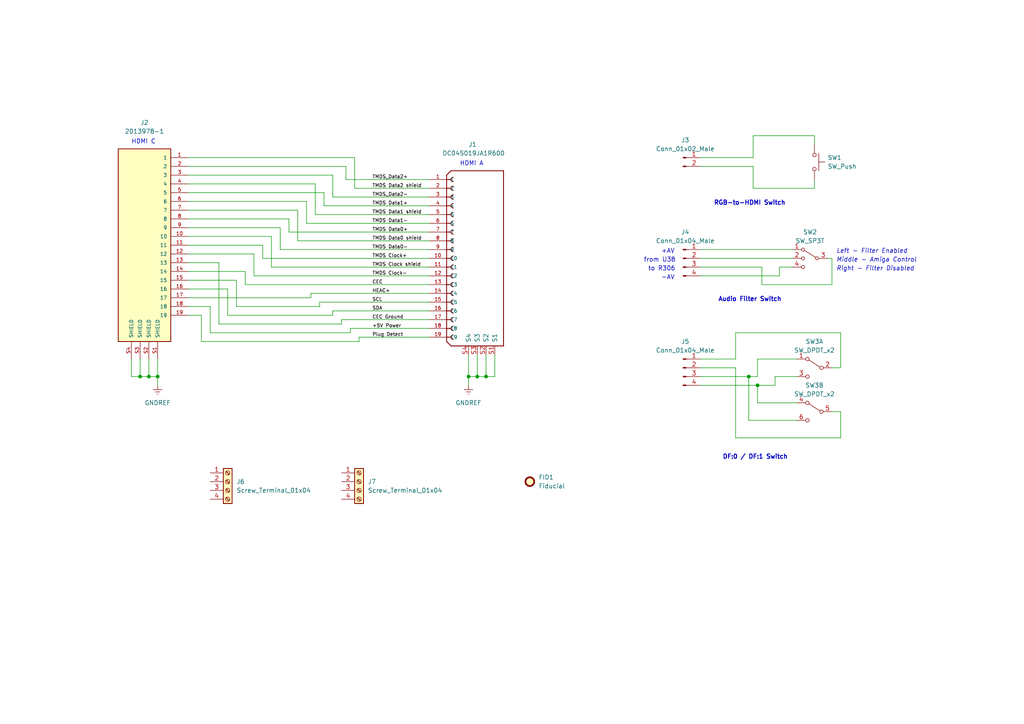
<source format=kicad_sch>
(kicad_sch (version 20211123) (generator eeschema)
  (paper "A4")
  (lib_symbols
    (symbol "2013978-1:2013978-1" (pin_names (offset 1.016))
      (property "Reference" "J2" (at 0 35.56 0))
      (property "Value" "2013978-1" (at 0 33.02 0))
      (symbol "2013978-1_0_0"
        (rectangle (start -7.62 -27.94) (end 7.62 27.94) (stroke (width 0.254)) (fill (type background)))
        (pin passive line (at -12.7 25.4 0) (length 5.08) (name "1") (number "1"))
        (pin passive line (at -12.7 2.54 0) (length 5.08) (name "10") (number "10"))
        (pin passive line (at -12.7 0 0) (length 5.08) (name "11") (number "11"))
        (pin passive line (at -12.7 -2.54 0) (length 5.08) (name "12") (number "12"))
        (pin passive line (at -12.7 -5.08 0) (length 5.08) (name "13") (number "13"))
        (pin passive line (at -12.7 -7.62 0) (length 5.08) (name "14") (number "14"))
        (pin passive line (at -12.7 -10.16 0) (length 5.08) (name "15") (number "15"))
        (pin passive line (at -12.7 -12.7 0) (length 5.08) (name "16") (number "16"))
        (pin passive line (at -12.7 -15.24 0) (length 5.08) (name "17") (number "17"))
        (pin passive line (at -12.7 -17.78 0) (length 5.08) (name "18") (number "18"))
        (pin passive line (at -12.7 -20.32 0) (length 5.08) (name "19") (number "19"))
        (pin passive line (at -12.7 22.86 0) (length 5.08) (name "2") (number "2"))
        (pin passive line (at -12.7 20.32 0) (length 5.08) (name "3") (number "3"))
        (pin passive line (at -12.7 17.78 0) (length 5.08) (name "4") (number "4"))
        (pin passive line (at -12.7 15.24 0) (length 5.08) (name "5") (number "5"))
        (pin passive line (at -12.7 12.7 0) (length 5.08) (name "6") (number "6"))
        (pin passive line (at -12.7 10.16 0) (length 5.08) (name "7") (number "7"))
        (pin passive line (at -12.7 7.62 0) (length 5.08) (name "8") (number "8"))
        (pin passive line (at -12.7 5.08 0) (length 5.08) (name "9") (number "9"))
        (pin passive line (at -3.81 -33.02 90) (length 5.08) (name "SHIELD") (number "S1"))
        (pin passive line (at -1.27 -33.02 90) (length 5.08) (name "SHIELD") (number "S2"))
        (pin passive line (at 1.27 -33.02 90) (length 5.08) (name "SHIELD") (number "S3"))
        (pin passive line (at 3.81 -33.02 90) (length 5.08) (name "SHIELD") (number "S4"))
      )
    )
    (symbol "Connector:Conn_01x02_Male" (pin_names (offset 1.016) hide)
      (property "Reference" "J" (at 0 2.54 0))
      (property "Value" "Conn_01x02_Male" (at 0 -5.08 0))
      (symbol "Conn_01x02_Male_1_1"
        (polyline (pts (xy 1.27 -2.54) (xy 0.8636 -2.54)) (stroke (width 0.1524)))
        (polyline (pts (xy 1.27 0) (xy 0.8636 0)) (stroke (width 0.1524)))
        (rectangle (start 0.8636 -2.413) (end 0 -2.667) (stroke (width 0.1524)) (fill (type outline)))
        (rectangle (start 0.8636 0.127) (end 0 -0.127) (stroke (width 0.1524)) (fill (type outline)))
        (pin passive line (at 5.08 0 180) (length 3.81) (name "Pin_1") (number "1"))
        (pin passive line (at 5.08 -2.54 180) (length 3.81) (name "Pin_2") (number "2"))
      )
    )
    (symbol "Connector:Conn_01x04_Male" (pin_names (offset 1.016) hide)
      (property "Reference" "J" (at 0 5.08 0))
      (property "Value" "Conn_01x04_Male" (at 0 -7.62 0))
      (symbol "Conn_01x04_Male_1_1"
        (polyline (pts (xy 1.27 -5.08) (xy 0.8636 -5.08)) (stroke (width 0.1524)))
        (polyline (pts (xy 1.27 -2.54) (xy 0.8636 -2.54)) (stroke (width 0.1524)))
        (polyline (pts (xy 1.27 0) (xy 0.8636 0)) (stroke (width 0.1524)))
        (polyline (pts (xy 1.27 2.54) (xy 0.8636 2.54)) (stroke (width 0.1524)))
        (rectangle (start 0.8636 -4.953) (end 0 -5.207) (stroke (width 0.1524)) (fill (type outline)))
        (rectangle (start 0.8636 -2.413) (end 0 -2.667) (stroke (width 0.1524)) (fill (type outline)))
        (rectangle (start 0.8636 0.127) (end 0 -0.127) (stroke (width 0.1524)) (fill (type outline)))
        (rectangle (start 0.8636 2.667) (end 0 2.413) (stroke (width 0.1524)) (fill (type outline)))
        (pin passive line (at 5.08 2.54 180) (length 3.81) (name "Pin_1") (number "1"))
        (pin passive line (at 5.08 0 180) (length 3.81) (name "Pin_2") (number "2"))
        (pin passive line (at 5.08 -2.54 180) (length 3.81) (name "Pin_3") (number "3"))
        (pin passive line (at 5.08 -5.08 180) (length 3.81) (name "Pin_4") (number "4"))
      )
    )
    (symbol "Connector:Screw_Terminal_01x04" (pin_names (offset 1.016) hide)
      (property "Reference" "J" (at 0 5.08 0))
      (property "Value" "Screw_Terminal_01x04" (at 0 -7.62 0))
      (symbol "Screw_Terminal_01x04_1_1"
        (rectangle (start -1.27 3.81) (end 1.27 -6.35) (stroke (width 0.254)) (fill (type background)))
        (circle (center 0 -5.08) (radius 0.635) (stroke (width 0.1524)))
        (circle (center 0 -2.54) (radius 0.635) (stroke (width 0.1524)))
        (polyline (pts (xy -0.5334 -4.7498) (xy 0.3302 -5.588)) (stroke (width 0.1524)))
        (polyline (pts (xy -0.5334 -2.2098) (xy 0.3302 -3.048)) (stroke (width 0.1524)))
        (polyline (pts (xy -0.5334 0.3302) (xy 0.3302 -0.508)) (stroke (width 0.1524)))
        (polyline (pts (xy -0.5334 2.8702) (xy 0.3302 2.032)) (stroke (width 0.1524)))
        (polyline (pts (xy -0.3556 -4.572) (xy 0.508 -5.4102)) (stroke (width 0.1524)))
        (polyline (pts (xy -0.3556 -2.032) (xy 0.508 -2.8702)) (stroke (width 0.1524)))
        (polyline (pts (xy -0.3556 0.508) (xy 0.508 -0.3302)) (stroke (width 0.1524)))
        (polyline (pts (xy -0.3556 3.048) (xy 0.508 2.2098)) (stroke (width 0.1524)))
        (circle (center 0 0) (radius 0.635) (stroke (width 0.1524)))
        (circle (center 0 2.54) (radius 0.635) (stroke (width 0.1524)))
        (pin passive line (at -5.08 2.54 0) (length 3.81) (name "Pin_1") (number "1"))
        (pin passive line (at -5.08 0 0) (length 3.81) (name "Pin_2") (number "2"))
        (pin passive line (at -5.08 -2.54 0) (length 3.81) (name "Pin_3") (number "3"))
        (pin passive line (at -5.08 -5.08 0) (length 3.81) (name "Pin_4") (number "4"))
      )
    )
    (symbol "JP Symbol Library:DC04S019JA1R600_2" (pin_names (offset 1.016))
      (property "Reference" "J1" (at 2.54 33.02 0))
      (property "Value" "DC04S019JA1R600" (at -5.08 30.48 0))
      (symbol "DC04S019JA1R600_2_0_0"
        (arc (start -1.905 -23.495) (mid -1.27 -22.86) (end -1.905 -22.225) (stroke (width 0.254)))
        (arc (start -1.905 -20.955) (mid -1.27 -20.32) (end -1.905 -19.685) (stroke (width 0.254)))
        (arc (start -1.905 -18.415) (mid -1.27 -17.78) (end -1.905 -17.145) (stroke (width 0.254)))
        (arc (start -1.905 -15.875) (mid -1.27 -15.24) (end -1.905 -14.605) (stroke (width 0.254)))
        (arc (start -1.905 -13.335) (mid -1.27 -12.7) (end -1.905 -12.065) (stroke (width 0.254)))
        (arc (start -1.905 -10.795) (mid -1.27 -10.16) (end -1.905 -9.525) (stroke (width 0.254)))
        (arc (start -1.905 -8.255) (mid -1.27 -7.62) (end -1.905 -6.985) (stroke (width 0.254)))
        (arc (start -1.905 -5.715) (mid -1.27 -5.08) (end -1.905 -4.445) (stroke (width 0.254)))
        (arc (start -1.905 -3.175) (mid -1.27 -2.54) (end -1.905 -1.905) (stroke (width 0.254)))
        (arc (start -1.905 -0.635) (mid -1.27 0) (end -1.905 0.635) (stroke (width 0.254)))
        (arc (start -1.905 1.905) (mid -1.27 2.54) (end -1.905 3.175) (stroke (width 0.254)))
        (arc (start -1.905 4.445) (mid -1.27 5.08) (end -1.905 5.715) (stroke (width 0.254)))
        (arc (start -1.905 6.985) (mid -1.27 7.62) (end -1.905 8.255) (stroke (width 0.254)))
        (arc (start -1.905 9.525) (mid -1.27 10.16) (end -1.905 10.795) (stroke (width 0.254)))
        (arc (start -1.905 12.065) (mid -1.27 12.7) (end -1.905 13.335) (stroke (width 0.254)))
        (arc (start -1.905 14.605) (mid -1.27 15.24) (end -1.905 15.875) (stroke (width 0.254)))
        (arc (start -1.905 17.145) (mid -1.27 17.78) (end -1.905 18.415) (stroke (width 0.254)))
        (arc (start -1.905 19.685) (mid -1.27 20.32) (end -1.905 20.955) (stroke (width 0.254)))
        (arc (start -1.905 22.225) (mid -1.27 22.86) (end -1.905 23.495) (stroke (width 0.254)))
        (polyline (pts (xy -16.51 -25.4) (xy -16.51 25.4)) (stroke (width 0.254)))
        (polyline (pts (xy -16.51 25.4) (xy -1.27 25.4)) (stroke (width 0.254)))
        (polyline (pts (xy -1.27 -25.4) (xy -16.51 -25.4)) (stroke (width 0.254)))
        (polyline (pts (xy 0 -24.13) (xy -1.27 -25.4)) (stroke (width 0.254)))
        (polyline (pts (xy 0 -22.86) (xy -1.27 -22.86)) (stroke (width 0.254)))
        (polyline (pts (xy 0 -20.32) (xy -1.27 -20.32)) (stroke (width 0.254)))
        (polyline (pts (xy 0 -17.78) (xy -1.27 -17.78)) (stroke (width 0.254)))
        (polyline (pts (xy 0 -15.24) (xy -1.27 -15.24)) (stroke (width 0.254)))
        (polyline (pts (xy 0 -12.7) (xy -1.27 -12.7)) (stroke (width 0.254)))
        (polyline (pts (xy 0 -10.16) (xy -1.27 -10.16)) (stroke (width 0.254)))
        (polyline (pts (xy 0 -7.62) (xy -1.27 -7.62)) (stroke (width 0.254)))
        (polyline (pts (xy 0 -5.08) (xy -1.27 -5.08)) (stroke (width 0.254)))
        (polyline (pts (xy 0 -2.54) (xy -1.27 -2.54)) (stroke (width 0.254)))
        (polyline (pts (xy 0 0) (xy -1.27 0)) (stroke (width 0.254)))
        (polyline (pts (xy 0 2.54) (xy -1.27 2.54)) (stroke (width 0.254)))
        (polyline (pts (xy 0 5.08) (xy -1.27 5.08)) (stroke (width 0.254)))
        (polyline (pts (xy 0 7.62) (xy -1.27 7.62)) (stroke (width 0.254)))
        (polyline (pts (xy 0 10.16) (xy -1.27 10.16)) (stroke (width 0.254)))
        (polyline (pts (xy 0 12.7) (xy -1.27 12.7)) (stroke (width 0.254)))
        (polyline (pts (xy 0 15.24) (xy -1.27 15.24)) (stroke (width 0.254)))
        (polyline (pts (xy 0 17.78) (xy -1.27 17.78)) (stroke (width 0.254)))
        (polyline (pts (xy 0 20.32) (xy -1.27 20.32)) (stroke (width 0.254)))
        (polyline (pts (xy 0 22.86) (xy -1.27 22.86)) (stroke (width 0.254)))
        (polyline (pts (xy 0 22.86) (xy 0 -24.13)) (stroke (width 0.254)))
        (polyline (pts (xy 0 24.13) (xy -1.27 25.4)) (stroke (width 0.254)))
        (polyline (pts (xy 0 24.13) (xy 0 22.86)) (stroke (width 0.254)))
        (pin passive line (at 5.08 22.86 180) (length 5.08) (name "1") (number "1"))
        (pin passive line (at 5.08 0 180) (length 5.08) (name "10") (number "10"))
        (pin passive line (at 5.08 -2.54 180) (length 5.08) (name "11") (number "11"))
        (pin passive line (at 5.08 -5.08 180) (length 5.08) (name "12") (number "12"))
        (pin passive line (at 5.08 -7.62 180) (length 5.08) (name "13") (number "13"))
        (pin passive line (at 5.08 -10.16 180) (length 5.08) (name "14") (number "14"))
        (pin passive line (at 5.08 -12.7 180) (length 5.08) (name "15") (number "15"))
        (pin passive line (at 5.08 -15.24 180) (length 5.08) (name "16") (number "16"))
        (pin passive line (at 5.08 -17.78 180) (length 5.08) (name "17") (number "17"))
        (pin passive line (at 5.08 -20.32 180) (length 5.08) (name "18") (number "18"))
        (pin passive line (at 5.08 -22.86 180) (length 5.08) (name "19") (number "19"))
        (pin passive line (at 5.08 20.32 180) (length 5.08) (name "2") (number "2"))
        (pin passive line (at 5.08 17.78 180) (length 5.08) (name "3") (number "3"))
        (pin passive line (at 5.08 15.24 180) (length 5.08) (name "4") (number "4"))
        (pin passive line (at 5.08 12.7 180) (length 5.08) (name "5") (number "5"))
        (pin passive line (at 5.08 10.16 180) (length 5.08) (name "6") (number "6"))
        (pin passive line (at 5.08 7.62 180) (length 5.08) (name "7") (number "7"))
        (pin passive line (at 5.08 5.08 180) (length 5.08) (name "8") (number "8"))
        (pin passive line (at 5.08 2.54 180) (length 5.08) (name "9") (number "9"))
      )
      (symbol "DC04S019JA1R600_2_1_1"
        (pin passive line (at -13.97 -27.94 90) (length 2.54) (name "S1") (number "S1"))
        (pin passive line (at -11.43 -27.94 90) (length 2.54) (name "S2") (number "S2"))
        (pin passive line (at -8.89 -27.94 90) (length 2.54) (name "S3") (number "S3"))
        (pin passive line (at -6.35 -27.94 90) (length 2.54) (name "S4") (number "S4"))
      )
    )
    (symbol "Mechanical:Fiducial"
      (property "Reference" "FID" (at 0 5.08 0))
      (property "Value" "Fiducial" (at 0 3.175 0))
      (symbol "Fiducial_0_1"
        (circle (center 0 0) (radius 1.27) (stroke (width 0.508)) (fill (type background)))
      )
    )
    (symbol "Switch:SW_DPDT_x2" (pin_names (offset 0) hide)
      (property "Reference" "SW" (at 0 4.318 0))
      (property "Value" "SW_DPDT_x2" (at 0 -5.08 0))
      (symbol "SW_DPDT_x2_0_0"
        (circle (center -2.032 0) (radius 0.508))
        (circle (center 2.032 -2.54) (radius 0.508))
      )
      (symbol "SW_DPDT_x2_0_1"
        (polyline (pts (xy -1.524 0.254) (xy 1.651 2.286)))
        (circle (center 2.032 2.54) (radius 0.508))
      )
      (symbol "SW_DPDT_x2_1_1"
        (pin passive line (at 5.08 2.54 180) (length 2.54) (name "A") (number "1"))
        (pin passive line (at -5.08 0 0) (length 2.54) (name "B") (number "2"))
        (pin passive line (at 5.08 -2.54 180) (length 2.54) (name "C") (number "3"))
      )
      (symbol "SW_DPDT_x2_2_1"
        (pin passive line (at 5.08 2.54 180) (length 2.54) (name "A") (number "4"))
        (pin passive line (at -5.08 0 0) (length 2.54) (name "B") (number "5"))
        (pin passive line (at 5.08 -2.54 180) (length 2.54) (name "C") (number "6"))
      )
    )
    (symbol "Switch:SW_Push" (pin_numbers hide) (pin_names (offset 1.016) hide)
      (property "Reference" "SW" (at 1.27 2.54 0))
      (property "Value" "SW_Push" (at 0 -1.524 0))
      (symbol "SW_Push_0_1"
        (circle (center -2.032 0) (radius 0.508))
        (polyline (pts (xy 0 1.27) (xy 0 3.048)))
        (polyline (pts (xy 2.54 1.27) (xy -2.54 1.27)))
        (circle (center 2.032 0) (radius 0.508))
        (pin passive line (at -5.08 0 0) (length 2.54) (name "1") (number "1"))
        (pin passive line (at 5.08 0 180) (length 2.54) (name "2") (number "2"))
      )
    )
    (symbol "Switch:SW_SP3T" (pin_names (offset 0) hide)
      (property "Reference" "SW" (at 0 5.08 0))
      (property "Value" "SW_SP3T" (at 0 -5.08 0))
      (symbol "SW_SP3T_0_1"
        (circle (center -2.032 0) (radius 0.4572))
        (polyline (pts (xy -1.651 0.254) (xy 1.651 2.286)))
        (circle (center 2.032 -2.54) (radius 0.4572))
        (circle (center 2.032 0) (radius 0.4572))
        (circle (center 2.032 2.54) (radius 0.4572))
      )
      (symbol "SW_SP3T_1_1"
        (pin passive line (at 5.08 2.54 180) (length 2.54) (name "1") (number "1"))
        (pin passive line (at 5.08 0 180) (length 2.54) (name "2") (number "2"))
        (pin passive line (at -5.08 0 0) (length 2.54) (name "3") (number "3"))
        (pin passive line (at 5.08 -2.54 180) (length 2.54) (name "4") (number "4"))
      )
    )
    (symbol "power:GNDREF" (power) (pin_names (offset 0))
      (property "Value" "GNDREF" (at 0 -3.81 0))
      (symbol "GNDREF_0_1"
        (polyline (pts (xy -0.635 -1.905) (xy 0.635 -1.905)))
        (polyline (pts (xy -0.127 -2.54) (xy 0.127 -2.54)))
        (polyline (pts (xy 0 -1.27) (xy 0 0)))
        (polyline (pts (xy 1.27 -1.27) (xy -1.27 -1.27)))
      )
      (symbol "GNDREF_1_1"
        (pin power_in line (at 0 0 270) (length 0) hide (name "GNDREF") (number "1"))
      )
    )
  )
  (junction (at 138.43 109.22))
  (junction (at 219.71 111.76))
  (junction (at 135.89 109.22))
  (junction (at 45.72 109.22))
  (junction (at 43.18 109.22))
  (junction (at 217.17 109.22))
  (junction (at 140.97 109.22))
  (junction (at 40.64 109.22))
  (wire (pts (xy 140.97 109.22) (xy 138.43 109.22)))
  (wire (pts (xy 124.46 95.25) (xy 101.6 95.25)))
  (wire (pts (xy 217.17 109.22) (xy 203.2 109.22)))
  (wire (pts (xy 83.82 67.31) (xy 83.82 63.5)))
  (wire (pts (xy 231.14 121.92) (xy 217.17 121.92)))
  (wire (pts (xy 68.58 88.9) (xy 92.71 88.9)))
  (wire (pts (xy 124.46 59.69) (xy 93.98 59.69)))
  (wire (pts (xy 96.52 50.8) (xy 96.52 57.15)))
  (wire (pts (xy 218.44 45.72) (xy 218.44 39.37)))
  (wire (pts (xy 54.61 71.12) (xy 76.2 71.12)))
  (wire (pts (xy 54.61 58.42) (xy 88.9 58.42)))
  (wire (pts (xy 224.79 109.22) (xy 224.79 111.76)))
  (wire (pts (xy 54.61 48.26) (xy 100.33 48.26)))
  (wire (pts (xy 213.36 106.68) (xy 213.36 127)))
  (wire (pts (xy 243.84 127) (xy 243.84 119.38)))
  (wire (pts (xy 135.89 109.22) (xy 135.89 111.76)))
  (wire (pts (xy 138.43 102.87) (xy 138.43 109.22)))
  (wire (pts (xy 38.1 109.22) (xy 40.64 109.22)))
  (wire (pts (xy 81.28 72.39) (xy 124.46 72.39)))
  (wire (pts (xy 241.3 82.55) (xy 241.3 74.93)))
  (wire (pts (xy 60.96 88.9) (xy 54.61 88.9)))
  (wire (pts (xy 124.46 74.93) (xy 76.2 74.93)))
  (wire (pts (xy 101.6 95.25) (xy 101.6 96.52)))
  (wire (pts (xy 218.44 54.61) (xy 236.22 54.61)))
  (wire (pts (xy 96.52 90.17) (xy 124.46 90.17)))
  (wire (pts (xy 54.61 66.04) (xy 81.28 66.04)))
  (wire (pts (xy 203.2 48.26) (xy 218.44 48.26)))
  (wire (pts (xy 54.61 63.5) (xy 83.82 63.5)))
  (wire (pts (xy 58.42 99.06) (xy 104.14 99.06)))
  (wire (pts (xy 71.12 82.55) (xy 71.12 78.74)))
  (wire (pts (xy 91.44 62.23) (xy 124.46 62.23)))
  (wire (pts (xy 124.46 87.63) (xy 92.71 87.63)))
  (wire (pts (xy 226.06 77.47) (xy 229.87 77.47)))
  (wire (pts (xy 43.18 109.22) (xy 45.72 109.22)))
  (wire (pts (xy 91.44 53.34) (xy 91.44 62.23)))
  (wire (pts (xy 213.36 104.14) (xy 213.36 96.52)))
  (wire (pts (xy 63.5 76.2) (xy 54.61 76.2)))
  (wire (pts (xy 54.61 50.8) (xy 96.52 50.8)))
  (wire (pts (xy 43.18 104.14) (xy 43.18 109.22)))
  (wire (pts (xy 236.22 52.07) (xy 236.22 54.61)))
  (wire (pts (xy 243.84 119.38) (xy 241.3 119.38)))
  (wire (pts (xy 241.3 74.93) (xy 240.03 74.93)))
  (wire (pts (xy 73.66 73.66) (xy 73.66 80.01)))
  (wire (pts (xy 203.2 106.68) (xy 213.36 106.68)))
  (wire (pts (xy 92.71 87.63) (xy 92.71 88.9)))
  (wire (pts (xy 90.17 85.09) (xy 90.17 86.36)))
  (wire (pts (xy 71.12 82.55) (xy 124.46 82.55)))
  (wire (pts (xy 54.61 55.88) (xy 93.98 55.88)))
  (wire (pts (xy 231.14 109.22) (xy 224.79 109.22)))
  (wire (pts (xy 63.5 93.98) (xy 63.5 76.2)))
  (wire (pts (xy 83.82 67.31) (xy 124.46 67.31)))
  (wire (pts (xy 88.9 64.77) (xy 124.46 64.77)))
  (wire (pts (xy 203.2 104.14) (xy 213.36 104.14)))
  (wire (pts (xy 96.52 90.17) (xy 96.52 91.44)))
  (wire (pts (xy 224.79 111.76) (xy 219.71 111.76)))
  (wire (pts (xy 96.52 57.15) (xy 124.46 57.15)))
  (wire (pts (xy 66.04 91.44) (xy 96.52 91.44)))
  (wire (pts (xy 88.9 58.42) (xy 88.9 64.77)))
  (wire (pts (xy 104.14 97.79) (xy 124.46 97.79)))
  (wire (pts (xy 138.43 109.22) (xy 135.89 109.22)))
  (wire (pts (xy 54.61 53.34) (xy 91.44 53.34)))
  (wire (pts (xy 99.06 92.71) (xy 124.46 92.71)))
  (wire (pts (xy 203.2 80.01) (xy 226.06 80.01)))
  (wire (pts (xy 90.17 86.36) (xy 54.61 86.36)))
  (wire (pts (xy 76.2 74.93) (xy 76.2 71.12)))
  (wire (pts (xy 102.87 45.72) (xy 102.87 54.61)))
  (wire (pts (xy 68.58 88.9) (xy 68.58 81.28)))
  (wire (pts (xy 40.64 109.22) (xy 43.18 109.22)))
  (wire (pts (xy 86.36 60.96) (xy 86.36 69.85)))
  (wire (pts (xy 236.22 39.37) (xy 236.22 41.91)))
  (wire (pts (xy 203.2 111.76) (xy 219.71 111.76)))
  (wire (pts (xy 45.72 109.22) (xy 45.72 111.76)))
  (wire (pts (xy 124.46 52.07) (xy 100.33 52.07)))
  (wire (pts (xy 243.84 106.68) (xy 241.3 106.68)))
  (wire (pts (xy 68.58 81.28) (xy 54.61 81.28)))
  (wire (pts (xy 219.71 109.22) (xy 217.17 109.22)))
  (wire (pts (xy 54.61 73.66) (xy 73.66 73.66)))
  (wire (pts (xy 219.71 111.76) (xy 219.71 116.84)))
  (wire (pts (xy 143.51 102.87) (xy 143.51 109.22)))
  (wire (pts (xy 100.33 52.07) (xy 100.33 48.26)))
  (wire (pts (xy 102.87 54.61) (xy 124.46 54.61)))
  (wire (pts (xy 81.28 66.04) (xy 81.28 72.39)))
  (wire (pts (xy 78.74 68.58) (xy 78.74 77.47)))
  (wire (pts (xy 219.71 104.14) (xy 231.14 104.14)))
  (wire (pts (xy 220.98 82.55) (xy 241.3 82.55)))
  (wire (pts (xy 66.04 91.44) (xy 66.04 83.82)))
  (wire (pts (xy 217.17 109.22) (xy 217.17 121.92)))
  (wire (pts (xy 54.61 83.82) (xy 66.04 83.82)))
  (wire (pts (xy 99.06 93.98) (xy 63.5 93.98)))
  (wire (pts (xy 73.66 80.01) (xy 124.46 80.01)))
  (wire (pts (xy 219.71 104.14) (xy 219.71 109.22)))
  (wire (pts (xy 90.17 85.09) (xy 124.46 85.09)))
  (wire (pts (xy 213.36 127) (xy 243.84 127)))
  (wire (pts (xy 40.64 104.14) (xy 40.64 109.22)))
  (wire (pts (xy 54.61 91.44) (xy 58.42 91.44)))
  (wire (pts (xy 243.84 96.52) (xy 243.84 106.68)))
  (wire (pts (xy 54.61 68.58) (xy 78.74 68.58)))
  (wire (pts (xy 140.97 102.87) (xy 140.97 109.22)))
  (wire (pts (xy 54.61 60.96) (xy 86.36 60.96)))
  (wire (pts (xy 99.06 92.71) (xy 99.06 93.98)))
  (wire (pts (xy 45.72 104.14) (xy 45.72 109.22)))
  (wire (pts (xy 86.36 69.85) (xy 124.46 69.85)))
  (wire (pts (xy 71.12 78.74) (xy 54.61 78.74)))
  (wire (pts (xy 213.36 96.52) (xy 243.84 96.52)))
  (wire (pts (xy 101.6 96.52) (xy 60.96 96.52)))
  (wire (pts (xy 38.1 104.14) (xy 38.1 109.22)))
  (wire (pts (xy 104.14 99.06) (xy 104.14 97.79)))
  (wire (pts (xy 203.2 72.39) (xy 229.87 72.39)))
  (wire (pts (xy 203.2 45.72) (xy 218.44 45.72)))
  (wire (pts (xy 58.42 91.44) (xy 58.42 99.06)))
  (wire (pts (xy 218.44 48.26) (xy 218.44 54.61)))
  (wire (pts (xy 226.06 80.01) (xy 226.06 77.47)))
  (wire (pts (xy 143.51 109.22) (xy 140.97 109.22)))
  (wire (pts (xy 219.71 116.84) (xy 231.14 116.84)))
  (wire (pts (xy 218.44 39.37) (xy 236.22 39.37)))
  (wire (pts (xy 60.96 96.52) (xy 60.96 88.9)))
  (wire (pts (xy 54.61 45.72) (xy 102.87 45.72)))
  (wire (pts (xy 203.2 74.93) (xy 229.87 74.93)))
  (wire (pts (xy 135.89 102.87) (xy 135.89 109.22)))
  (wire (pts (xy 78.74 77.47) (xy 124.46 77.47)))
  (wire (pts (xy 203.2 77.47) (xy 220.98 77.47)))
  (wire (pts (xy 220.98 77.47) (xy 220.98 82.55)))
  (wire (pts (xy 93.98 59.69) (xy 93.98 55.88)))
  (text "HDMI C" (at 38.1 41.91 0) (effects (font (size 1.27 1.27)) (justify left bottom)))
  (text "from U38" (at 186.69 76.2 0) (effects (font (size 1.27 1.27)) (justify left bottom)))
  (text "to R306" (at 187.96 78.74 0) (effects (font (size 1.27 1.27)) (justify left bottom)))
  (text "Left - Filter Enabled\n" (at 242.57 73.66 0) (effects (font (size 1.27 1.27) italic) (justify left bottom)))
  (text "RGB-to-HDMI Switch" (at 207.01 59.69 0) (effects (font (size 1.27 1.27) bold) (justify left bottom)))
  (text "Right - Filter Disabled" (at 242.57 78.74 0) (effects (font (size 1.27 1.27) italic) (justify left bottom)))
  (text "DF:0 / DF:1 Switch" (at 209.55 133.35 0) (effects (font (size 1.27 1.27) (thickness 0.254) bold) (justify left bottom)))
  (text "Middle - Amiga Control" (at 242.57 76.2 0) (effects (font (size 1.27 1.27) italic) (justify left bottom)))
  (text "+AV" (at 191.77 73.66 0) (effects (font (size 1.27 1.27)) (justify left bottom)))
  (text "HDMI A" (at 133.35 48.26 0) (effects (font (size 1.27 1.27)) (justify left bottom)))
  (text "-AV" (at 191.77 81.28 0) (effects (font (size 1.27 1.27)) (justify left bottom)))
  (text "Audio Filter Switch" (at 208.28 87.63 0) (effects (font (size 1.27 1.27) (thickness 0.254) bold) (justify left bottom)))
  (label "CEC Ground" (at 107.95 92.71 0) (effects (font (size 1 1))))
  (label "TMDS Data0 shield" (at 107.95 69.85 0) (effects (font (size 1 1))))
  (label "TMDS_Data2-" (at 107.95 57.15 0) (effects (font (size 1 1))))
  (label "CEC" (at 107.95 82.55 0) (effects (font (size 1 1))))
  (label "TMDS Clock-" (at 107.95 80.01 0) (effects (font (size 1 1))))
  (label "SDA" (at 107.95 90.17 0) (effects (font (size 1 1))))
  (label "TMDS Data1+" (at 107.95 59.69 0) (effects (font (size 1 1))))
  (label "TMDS Clock shield" (at 107.95 77.47 0) (effects (font (size 1 1))))
  (label "SCL" (at 107.95 87.63 0) (effects (font (size 1 1))))
  (label "HEAC+" (at 107.95 85.09 0) (effects (font (size 1 1))))
  (label "TMDS Data2 shield" (at 107.95 54.61 0) (effects (font (size 1 1))))
  (label "TMDS Data1 shield" (at 107.95 62.23 0) (effects (font (size 1 1))))
  (label "TMDS Data0-" (at 107.95 72.39 0) (effects (font (size 1 1))))
  (label "+5V Power" (at 107.95 95.25 0) (effects (font (size 1 1))))
  (label "TMDS Clock+" (at 107.95 74.93 0) (effects (font (size 1 1))))
  (label "TMDS Data0+" (at 107.95 67.31 0) (effects (font (size 1 1))))
  (label "TMDS Data1-" (at 107.95 64.77 0) (effects (font (size 1 1))))
  (label "TMDS_Data2+" (at 107.95 52.07 0) (effects (font (size 1 1))))
  (label "Plug Detect" (at 107.95 97.79 0) (effects (font (size 1 1))))
  (symbol (lib_id "Connector:Screw_Terminal_01x04") (at 104.14 139.7 0) (unit 1)
    (property "Reference" "J7" (at 106.68 139.6999 0) (effects (justify left)))
    (property "Value" "Screw_Terminal_01x04" (at 106.68 142.2399 0) (effects (justify left)))
    (property "Footprint" "JP Library:Keystone 4-40 screw terminal" (effects hide))
  )
  (symbol (lib_id "Connector:Conn_01x02_Male") (at 198.12 45.72 0) (unit 1)
    (property "Reference" "J3" (at 198.755 40.64 0))
    (property "Value" "Conn_01x02_Male" (at 198.755 43.18 0))
    (property "Footprint" "Connector_PinHeader_2.54mm:PinHeader_1x02_P2.54mm_Vertical" (effects hide))
  )
  (symbol (lib_id "Connector:Conn_01x04_Male") (at 198.12 74.93 0) (unit 1)
    (property "Reference" "J4" (at 198.755 67.31 0))
    (property "Value" "Conn_01x04_Male" (at 198.755 69.85 0))
    (property "Footprint" "Connector_PinHeader_2.54mm:PinHeader_1x04_P2.54mm_Vertical" (effects hide))
  )
  (symbol (lib_id "power:GNDREF") (at 135.89 111.76 0) (unit 1)
    (property "Reference" "#PWR0102" (effects hide))
    (property "Value" "GNDREF" (at 135.89 116.84 0))
  )
  (symbol (lib_id "Connector:Conn_01x04_Male") (at 198.12 106.68 0) (unit 1)
    (property "Reference" "J5" (at 198.755 99.06 0))
    (property "Value" "Conn_01x04_Male" (at 198.755 101.6 0))
    (property "Footprint" "Connector_PinHeader_2.54mm:PinHeader_1x04_P2.54mm_Vertical" (effects hide))
  )
  (symbol (lib_id "Switch:SW_DPDT_x2") (at 236.22 106.68 0) (mirror y) (unit 1)
    (property "Reference" "SW3" (at 236.22 99.06 0))
    (property "Value" "SW_DPDT_x2" (at 236.22 101.6 0))
    (property "Footprint" "JP Library:DPDT CL-SB-22B-12T" (effects hide))
  )
  (symbol (lib_id "Connector:Screw_Terminal_01x04") (at 66.04 139.7 0) (unit 1)
    (property "Reference" "J6" (at 68.58 139.6999 0) (effects (justify left)))
    (property "Value" "Screw_Terminal_01x04" (at 68.58 142.2399 0) (effects (justify left)))
    (property "Footprint" "JP Library:Keystone 4-40 screw terminal" (effects hide))
  )
  (symbol (lib_id "2013978-1:2013978-1") (at 41.91 71.12 0) (mirror y) (unit 1)
    (property "Reference" "J2" (at 41.91 35.56 0))
    (property "Value" "2013978-1" (at 41.91 38.1 0))
    (property "Footprint" "SnapEDA Library:TE_2013978-1" (effects hide))
    (property "PARTREV" "B1" (effects hide))
    (property "MAXIMUM_PACKAGE_HEIGHT" "3.45mm" (effects hide))
    (property "MANUFACTURER" "TE Connectivity" (effects hide))
    (property "STANDARD" "Manufacturer recommendations" (effects hide))
  )
  (symbol (lib_id "Mechanical:Fiducial") (at 153.67 139.7 0) (unit 1)
    (property "Reference" "FID1" (at 156.21 138.4299 0) (effects (justify left)))
    (property "Value" "Fiducial" (at 156.21 140.9699 0) (effects (justify left)))
    (property "Footprint" "Fiducial:Fiducial_0.5mm_Mask1.5mm" (effects hide))
  )
  (symbol (lib_id "Switch:SW_Push") (at 236.22 46.99 270) (unit 1)
    (property "Reference" "SW1" (at 240.03 45.7199 90) (effects (justify left)))
    (property "Value" "SW_Push" (at 240.03 48.2599 90) (effects (justify left)))
    (property "Footprint" "JP Library:SPST 800BWSP9SM6RE" (effects hide))
  )
  (symbol (lib_id "Switch:SW_DPDT_x2") (at 236.22 119.38 0) (mirror y) (unit 2)
    (property "Reference" "SW3" (at 236.22 111.76 0))
    (property "Value" "SW_DPDT_x2" (at 236.22 114.3 0))
    (property "Footprint" "JP Library:DPDT CL-SB-22B-12T" (effects hide))
  )
  (symbol (lib_id "power:GNDREF") (at 45.72 111.76 0) (unit 1)
    (property "Reference" "#PWR0101" (effects hide))
    (property "Value" "GNDREF" (at 45.72 116.84 0))
  )
  (symbol (lib_id "JP Symbol Library:DC04S019JA1R600_2") (at 129.54 74.93 0) (mirror y) (unit 1)
    (property "Reference" "J1" (at 135.89 41.91 0) (effects (justify right)))
    (property "Value" "DC04S019JA1R600" (at 128.27 44.45 0) (effects (justify right)))
    (property "Footprint" "SnapEDA Library:JAE_DC04S019JA1R600" (effects hide))
    (property "PARTREV" "1" (effects hide))
    (property "MAXIMUM_PACKAGE_HEIGHT" "6.3 mm" (effects hide))
    (property "MANUFACTURER" "JAE" (effects hide))
    (property "STANDARD" "Manufacturer Recommendations" (effects hide))
  )
  (symbol (lib_id "Switch:SW_SP3T") (at 234.95 74.93 0) (mirror y) (unit 1)
    (property "Reference" "SW2" (at 234.95 67.31 0))
    (property "Value" "SW_SP3T" (at 234.95 69.85 0))
    (property "Footprint" "JP Library:SP3T CL-SB-13B-11T" (effects hide))
  )
)
</source>
